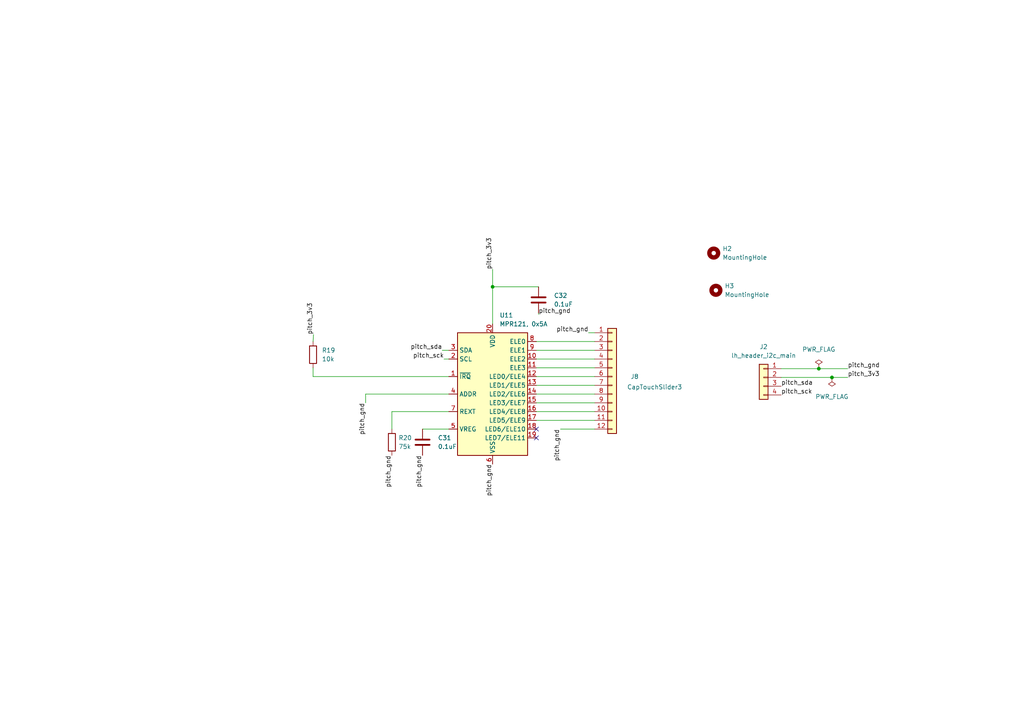
<source format=kicad_sch>
(kicad_sch (version 20211123) (generator eeschema)
  (paper "A4")
  (lib_symbols
    (symbol "Connector_Generic:Conn_01x04" (pin_names (offset 1.016) hide)
      (property "Reference" "J" (at 0 5.08 0))
      (property "Value" "Conn_01x04" (at 0 -7.62 0))
      (symbol "Conn_01x04_1_1"
        (rectangle (start -1.27 -4.953) (end 0 -5.207) (stroke (width 0.1524)))
        (rectangle (start -1.27 -2.413) (end 0 -2.667) (stroke (width 0.1524)))
        (rectangle (start -1.27 0.127) (end 0 -0.127) (stroke (width 0.1524)))
        (rectangle (start -1.27 2.667) (end 0 2.413) (stroke (width 0.1524)))
        (rectangle (start -1.27 3.81) (end 1.27 -6.35) (stroke (width 0.254)) (fill (type background)))
        (pin passive line (at -5.08 2.54 0) (length 3.81) (name "Pin_1") (number "1"))
        (pin passive line (at -5.08 0 0) (length 3.81) (name "Pin_2") (number "2"))
        (pin passive line (at -5.08 -2.54 0) (length 3.81) (name "Pin_3") (number "3"))
        (pin passive line (at -5.08 -5.08 0) (length 3.81) (name "Pin_4") (number "4"))
      )
    )
    (symbol "Connector_Generic:Conn_01x12" (pin_names (offset 1.016) hide)
      (property "Reference" "J" (at 0 15.24 0))
      (property "Value" "Conn_01x12" (at 0 -17.78 0))
      (symbol "Conn_01x12_1_1"
        (rectangle (start -1.27 -15.113) (end 0 -15.367) (stroke (width 0.1524)))
        (rectangle (start -1.27 -12.573) (end 0 -12.827) (stroke (width 0.1524)))
        (rectangle (start -1.27 -10.033) (end 0 -10.287) (stroke (width 0.1524)))
        (rectangle (start -1.27 -7.493) (end 0 -7.747) (stroke (width 0.1524)))
        (rectangle (start -1.27 -4.953) (end 0 -5.207) (stroke (width 0.1524)))
        (rectangle (start -1.27 -2.413) (end 0 -2.667) (stroke (width 0.1524)))
        (rectangle (start -1.27 0.127) (end 0 -0.127) (stroke (width 0.1524)))
        (rectangle (start -1.27 2.667) (end 0 2.413) (stroke (width 0.1524)))
        (rectangle (start -1.27 5.207) (end 0 4.953) (stroke (width 0.1524)))
        (rectangle (start -1.27 7.747) (end 0 7.493) (stroke (width 0.1524)))
        (rectangle (start -1.27 10.287) (end 0 10.033) (stroke (width 0.1524)))
        (rectangle (start -1.27 12.827) (end 0 12.573) (stroke (width 0.1524)))
        (rectangle (start -1.27 13.97) (end 1.27 -16.51) (stroke (width 0.254)) (fill (type background)))
        (pin passive line (at -5.08 12.7 0) (length 3.81) (name "Pin_1") (number "1"))
        (pin passive line (at -5.08 -10.16 0) (length 3.81) (name "Pin_10") (number "10"))
        (pin passive line (at -5.08 -12.7 0) (length 3.81) (name "Pin_11") (number "11"))
        (pin passive line (at -5.08 -15.24 0) (length 3.81) (name "Pin_12") (number "12"))
        (pin passive line (at -5.08 10.16 0) (length 3.81) (name "Pin_2") (number "2"))
        (pin passive line (at -5.08 7.62 0) (length 3.81) (name "Pin_3") (number "3"))
        (pin passive line (at -5.08 5.08 0) (length 3.81) (name "Pin_4") (number "4"))
        (pin passive line (at -5.08 2.54 0) (length 3.81) (name "Pin_5") (number "5"))
        (pin passive line (at -5.08 0 0) (length 3.81) (name "Pin_6") (number "6"))
        (pin passive line (at -5.08 -2.54 0) (length 3.81) (name "Pin_7") (number "7"))
        (pin passive line (at -5.08 -5.08 0) (length 3.81) (name "Pin_8") (number "8"))
        (pin passive line (at -5.08 -7.62 0) (length 3.81) (name "Pin_9") (number "9"))
      )
    )
    (symbol "Device:C" (pin_numbers hide) (pin_names (offset 0.254))
      (property "Reference" "C" (at 0.635 2.54 0))
      (property "Value" "C" (at 0.635 -2.54 0))
      (symbol "C_0_1"
        (polyline (pts (xy -2.032 -0.762) (xy 2.032 -0.762)) (stroke (width 0.508)))
        (polyline (pts (xy -2.032 0.762) (xy 2.032 0.762)) (stroke (width 0.508)))
      )
      (symbol "C_1_1"
        (pin passive line (at 0 3.81 270) (length 2.794) (name "~") (number "1"))
        (pin passive line (at 0 -3.81 90) (length 2.794) (name "~") (number "2"))
      )
    )
    (symbol "Device:R" (pin_numbers hide) (pin_names (offset 0))
      (property "Reference" "R" (at 2.032 0 90))
      (property "Value" "R" (at 0 0 90))
      (symbol "R_0_1"
        (rectangle (start -1.016 -2.54) (end 1.016 2.54) (stroke (width 0.254)))
      )
      (symbol "R_1_1"
        (pin passive line (at 0 3.81 270) (length 1.27) (name "~") (number "1"))
        (pin passive line (at 0 -3.81 90) (length 1.27) (name "~") (number "2"))
      )
    )
    (symbol "Mechanical:MountingHole" (pin_names (offset 1.016))
      (property "Reference" "H" (at 0 5.08 0))
      (property "Value" "MountingHole" (at 0 3.175 0))
      (symbol "MountingHole_0_1"
        (circle (center 0 0) (radius 1.27) (stroke (width 1.27)))
      )
    )
    (symbol "Sensor_Touch:MPR121QR2"
      (property "Reference" "U" (at -10.16 19.05 0))
      (property "Value" "MPR121QR2" (at 6.35 19.05 0))
      (symbol "MPR121QR2_0_1"
        (rectangle (start -10.16 17.78) (end 10.16 -17.78) (stroke (width 0.254)) (fill (type background)))
      )
      (symbol "MPR121QR2_1_1"
        (pin open_collector line (at -12.7 5.08 0) (length 2.54) (name "~{IRQ}") (number "1"))
        (pin passive line (at 12.7 10.16 180) (length 2.54) (name "ELE2") (number "10"))
        (pin passive line (at 12.7 7.62 180) (length 2.54) (name "ELE3") (number "11"))
        (pin passive line (at 12.7 5.08 180) (length 2.54) (name "LED0/ELE4") (number "12"))
        (pin passive line (at 12.7 2.54 180) (length 2.54) (name "LED1/ELE5") (number "13"))
        (pin passive line (at 12.7 0 180) (length 2.54) (name "LED2/ELE6") (number "14"))
        (pin passive line (at 12.7 -2.54 180) (length 2.54) (name "LED3/ELE7") (number "15"))
        (pin passive line (at 12.7 -5.08 180) (length 2.54) (name "LED4/ELE8") (number "16"))
        (pin passive line (at 12.7 -7.62 180) (length 2.54) (name "LED5/ELE9") (number "17"))
        (pin passive line (at 12.7 -10.16 180) (length 2.54) (name "LED6/ELE10") (number "18"))
        (pin passive line (at 12.7 -12.7 180) (length 2.54) (name "LED7/ELE11") (number "19"))
        (pin input line (at -12.7 10.16 0) (length 2.54) (name "SCL") (number "2"))
        (pin power_in line (at 0 20.32 270) (length 2.54) (name "VDD") (number "20"))
        (pin bidirectional line (at -12.7 12.7 0) (length 2.54) (name "SDA") (number "3"))
        (pin input line (at -12.7 0 0) (length 2.54) (name "ADDR") (number "4"))
        (pin passive line (at -12.7 -10.16 0) (length 2.54) (name "VREG") (number "5"))
        (pin power_in line (at 0 -20.32 90) (length 2.54) (name "VSS") (number "6"))
        (pin passive line (at -12.7 -5.08 0) (length 2.54) (name "REXT") (number "7"))
        (pin passive line (at 12.7 15.24 180) (length 2.54) (name "ELE0") (number "8"))
        (pin passive line (at 12.7 12.7 180) (length 2.54) (name "ELE1") (number "9"))
      )
    )
    (symbol "power:PWR_FLAG" (power) (pin_numbers hide) (pin_names (offset 0) hide)
      (property "Value" "PWR_FLAG" (at 0 3.81 0))
      (symbol "PWR_FLAG_0_0"
        (pin power_out line (at 0 0 90) (length 0) (name "pwr") (number "1"))
      )
      (symbol "PWR_FLAG_0_1"
        (polyline (pts (xy 0 0) (xy 0 1.27) (xy -1.016 1.905) (xy 0 2.54) (xy 1.016 1.905) (xy 0 1.27)))
      )
    )
  )
  (junction (at 237.49 106.934))
  (junction (at 241.3 109.474))
  (junction (at 142.875 83.185))
  (no_connect (at 155.575 127))
  (no_connect (at 155.575 124.46))
  (wire (pts (xy 156.21 91.186) (xy 156.21 90.805)))
  (wire (pts (xy 142.875 78.105) (xy 142.875 83.185)))
  (wire (pts (xy 130.175 114.3) (xy 106.045 114.3)))
  (wire (pts (xy 155.575 119.38) (xy 172.466 119.38)))
  (wire (pts (xy 170.688 96.52) (xy 172.466 96.52)))
  (wire (pts (xy 237.49 106.934) (xy 226.568 106.934)))
  (wire (pts (xy 128.778 104.14) (xy 130.175 104.14)))
  (wire (pts (xy 172.466 104.14) (xy 155.575 104.14)))
  (wire (pts (xy 245.872 109.474) (xy 241.3 109.474)))
  (wire (pts (xy 90.932 97.028) (xy 90.805 99.06)))
  (wire (pts (xy 155.575 116.84) (xy 172.466 116.84)))
  (wire (pts (xy 113.665 119.38) (xy 113.665 124.46)))
  (wire (pts (xy 130.175 119.38) (xy 113.665 119.38)))
  (wire (pts (xy 172.466 99.06) (xy 155.575 99.06)))
  (wire (pts (xy 155.575 114.3) (xy 172.466 114.3)))
  (wire (pts (xy 90.805 109.22) (xy 90.805 106.68)))
  (wire (pts (xy 106.045 114.3) (xy 106.045 116.84)))
  (wire (pts (xy 142.875 83.185) (xy 142.875 93.98)))
  (wire (pts (xy 172.466 124.46) (xy 162.56 124.46)))
  (wire (pts (xy 172.466 101.6) (xy 155.575 101.6)))
  (wire (pts (xy 142.875 83.185) (xy 156.21 83.185)))
  (wire (pts (xy 130.175 109.22) (xy 90.805 109.22)))
  (wire (pts (xy 155.575 121.92) (xy 172.466 121.92)))
  (wire (pts (xy 122.555 124.46) (xy 130.175 124.46)))
  (wire (pts (xy 172.466 106.68) (xy 155.575 106.68)))
  (wire (pts (xy 172.466 111.76) (xy 155.575 111.76)))
  (wire (pts (xy 241.3 109.474) (xy 226.568 109.474)))
  (wire (pts (xy 172.466 109.22) (xy 155.575 109.22)))
  (wire (pts (xy 245.872 106.934) (xy 237.49 106.934)))
  (wire (pts (xy 128.27 101.6) (xy 130.175 101.6)))
  (label "pitch_gnd" (at 162.56 124.46 270))
  (label "pitch_gnd" (at 122.555 132.08 270))
  (label "pitch_gnd" (at 156.21 91.186 0))
  (label "pitch_gnd" (at 113.665 132.08 270))
  (label "pitch_gnd" (at 170.688 96.52 180))
  (label "pitch_gnd" (at 142.875 134.62 270))
  (label "pitch_3v3" (at 90.932 97.028 90))
  (label "pitch_gnd" (at 245.872 106.934 0))
  (label "pitch_sda" (at 226.568 112.014 0))
  (label "pitch_sda" (at 128.27 101.6 180))
  (label "pitch_3v3" (at 142.875 78.1343 90))
  (label "pitch_3v3" (at 245.872 109.474 0))
  (label "pitch_sck" (at 226.568 114.554 0))
  (label "pitch_sck" (at 128.778 104.14 180))
  (label "pitch_gnd" (at 106.045 116.84 270))
  (symbol (lib_id "Device:C") (at 122.555 128.27 0) (unit 1)
    (property "Reference" "C31" (at 127 126.9999 0) (effects (justify left)))
    (property "Value" "0.1uF" (at 127 129.5399 0) (effects (justify left)))
    (property "Footprint" "Capacitor_SMD:C_0402_1005Metric" (effects hide))
    (property "LCSC part number" "C1525" (effects hide))
    (property "verif" "1" (effects hide))
  )
  (symbol (lib_id "Device:R") (at 113.665 128.27 0) (unit 1)
    (property "Reference" "R20" (at 115.57 126.9999 0) (effects (justify left)))
    (property "Value" "75k" (at 115.57 129.5399 0) (effects (justify left)))
    (property "Footprint" "Resistor_SMD:R_0402_1005Metric" (effects hide))
    (property "LCSC part number" "C25798" (effects hide))
    (property "verif" "1" (effects hide))
  )
  (symbol (lib_id "Mechanical:MountingHole") (at 207.01 73.406 0) (unit 1) (in_bom no)
    (property "Reference" "H2" (at 209.55 72.1359 0) (effects (justify left)))
    (property "Value" "MountingHole" (at 209.55 74.6759 0) (effects (justify left)))
    (property "Footprint" "MountingHole:MountingHole_2.7mm_M2.5" (effects hide))
    (property "MANUFACTURER" "Wurth" (effects hide))
    (property "LCSC part number" "-" (effects hide))
    (property "verif" "1" (effects hide))
  )
  (symbol (lib_id "Connector_Generic:Conn_01x04") (at 221.488 109.474 0) (mirror y) (unit 1)
    (property "Reference" "J2" (at 221.488 100.584 0))
    (property "Value" "lh_header_i2c_main" (at 221.488 103.124 0))
    (property "Footprint" "Connector_PinHeader_2.54mm:PinHeader_1x04_P2.54mm_Vertical_SMD_Pin1Right" (effects hide))
    (property "LCSC part number" "C2718488" (effects hide))
    (property "verif" "1" (effects hide))
  )
  (symbol (lib_id "power:PWR_FLAG") (at 237.49 106.934 0) (unit 1)
    (property "Reference" "#FLG02" (effects hide))
    (property "Value" "PWR_FLAG" (at 237.49 101.346 0))
  )
  (symbol (lib_id "Device:R") (at 90.805 102.87 180) (unit 1)
    (property "Reference" "R19" (at 93.345 101.5999 0) (effects (justify right)))
    (property "Value" "10k" (at 93.345 104.1399 0) (effects (justify right)))
    (property "Footprint" "Resistor_SMD:R_0402_1005Metric" (effects hide))
    (property "LCSC part number" "C25744" (effects hide))
    (property "verif" "1" (effects hide))
  )
  (symbol (lib_id "Sensor_Touch:MPR121QR2") (at 142.875 114.3 0) (unit 1)
    (property "Reference" "U11" (at 144.8944 91.44 0) (effects (justify left)))
    (property "Value" "MPR121, 0x5A" (at 144.8944 93.98 0) (effects (justify left)))
    (property "Footprint" "Package_DFN_QFN:UQFN-20_3x3mm_P0.4mm" (effects hide))
    (property "Datasheet" "https://resurgentsemi.com/wp-content/uploads/2018/09/MPR121_rev5-Resurgent.pdf?d453f8&d453f8" (effects hide))
    (property "LCSC part number" "C91322" (effects hide))
    (property "verif" "1" (effects hide))
  )
  (symbol (lib_id "Device:C") (at 156.21 86.995 0) (unit 1)
    (property "Reference" "C32" (at 160.655 85.7249 0) (effects (justify left)))
    (property "Value" "0.1uF" (at 160.655 88.2649 0) (effects (justify left)))
    (property "Footprint" "Capacitor_SMD:C_0402_1005Metric" (effects hide))
    (property "LCSC part number" "C1525" (effects hide))
    (property "verif" "1" (effects hide))
  )
  (symbol (lib_id "Connector_Generic:Conn_01x12") (at 177.546 109.22 0) (unit 1) (in_bom no)
    (property "Reference" "J8" (at 182.88 109.22 0) (effects (justify left)))
    (property "Value" "CapTouchSlider3" (at 181.864 112.268 0) (effects (justify left)))
    (property "Footprint" "CapTouchSliders:CaptouchSlider_Masked_H3x3_A1.0mm_x12" (effects hide))
    (property "LCSC part number" "-" (effects hide))
    (property "verif" "1" (effects hide))
  )
  (symbol (lib_id "power:PWR_FLAG") (at 241.3 109.474 180) (unit 1)
    (property "Reference" "#FLG03" (effects hide))
    (property "Value" "PWR_FLAG" (at 241.3 115.062 0))
  )
  (symbol (lib_id "Mechanical:MountingHole") (at 207.645 84.201 0) (unit 1) (in_bom no)
    (property "Reference" "H3" (at 210.185 82.9309 0) (effects (justify left)))
    (property "Value" "MountingHole" (at 210.185 85.4709 0) (effects (justify left)))
    (property "Footprint" "MountingHole:MountingHole_2.7mm_M2.5" (effects hide))
    (property "MANUFACTURER" "Wurth" (effects hide))
    (property "LCSC part number" "-" (effects hide))
    (property "verif" "1" (effects hide))
  )
)
</source>
